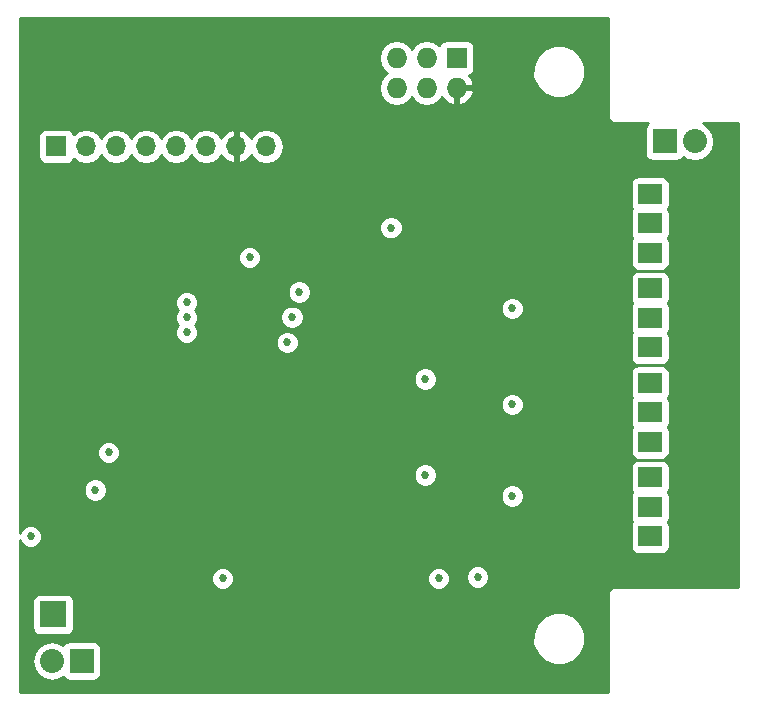
<source format=gbr>
G04 #@! TF.FileFunction,Copper,L2,Inr,Plane*
%FSLAX46Y46*%
G04 Gerber Fmt 4.6, Leading zero omitted, Abs format (unit mm)*
G04 Created by KiCad (PCBNEW 4.0.2-4+6225~38~ubuntu14.04.1-stable) date Thu 05 Jan 2017 08:44:10 PM CET*
%MOMM*%
G01*
G04 APERTURE LIST*
%ADD10C,0.100000*%
%ADD11R,2.032000X2.032000*%
%ADD12O,2.032000X2.032000*%
%ADD13R,1.727200X1.727200*%
%ADD14O,1.727200X1.727200*%
%ADD15R,2.235200X2.235200*%
%ADD16R,2.000000X1.700000*%
%ADD17R,1.700000X1.700000*%
%ADD18O,1.700000X1.700000*%
%ADD19C,0.685800*%
%ADD20C,0.254000*%
G04 APERTURE END LIST*
D10*
D11*
X98679000Y-175768000D03*
D12*
X96139000Y-175768000D03*
D11*
X148031200Y-131775200D03*
D12*
X150571200Y-131775200D03*
D13*
X130429000Y-124714000D03*
D14*
X130429000Y-127254000D03*
X127889000Y-124714000D03*
X127889000Y-127254000D03*
X125349000Y-124714000D03*
X125349000Y-127254000D03*
D15*
X96266000Y-171831000D03*
D16*
X146812000Y-141224000D03*
X146812000Y-138724000D03*
X146812000Y-136224000D03*
X146812000Y-144224000D03*
X146812000Y-146724000D03*
X146812000Y-149224000D03*
X146812000Y-152224000D03*
X146812000Y-154724000D03*
X146812000Y-157224000D03*
X146812000Y-160224000D03*
X146812000Y-162724000D03*
X146812000Y-165224000D03*
D17*
X96520000Y-132207000D03*
D18*
X99060000Y-132207000D03*
X101600000Y-132207000D03*
X104140000Y-132207000D03*
X106680000Y-132207000D03*
X109220000Y-132207000D03*
X111760000Y-132207000D03*
X114300000Y-132207000D03*
D19*
X128905000Y-168783000D03*
X127762000Y-160020000D03*
X132207000Y-168656000D03*
X127762000Y-151892000D03*
X116484400Y-146659600D03*
X107569000Y-145415000D03*
X107569000Y-146685000D03*
X107569000Y-147955000D03*
X135128000Y-154051000D03*
X135128000Y-145923000D03*
X110617000Y-168783000D03*
X135128000Y-161798000D03*
X100965000Y-158115000D03*
X94361000Y-165227000D03*
X99822000Y-161290000D03*
X130683000Y-160020000D03*
X130683000Y-152019000D03*
X113665000Y-168783000D03*
X130683000Y-168021000D03*
X115824000Y-150876000D03*
X96266000Y-155067000D03*
X94488000Y-160655000D03*
X121412000Y-147574000D03*
X117094000Y-144526000D03*
X116078000Y-148793200D03*
X112903000Y-141605000D03*
X124866400Y-139090400D03*
D20*
G36*
X143202000Y-129540000D02*
X143256046Y-129811705D01*
X143409954Y-130042046D01*
X143640295Y-130195954D01*
X143912000Y-130250000D01*
X146633862Y-130250000D01*
X146563759Y-130295110D01*
X146418769Y-130507310D01*
X146367760Y-130759200D01*
X146367760Y-132791200D01*
X146412038Y-133026517D01*
X146551110Y-133242641D01*
X146763310Y-133387631D01*
X147015200Y-133438640D01*
X149047200Y-133438640D01*
X149282517Y-133394362D01*
X149498641Y-133255290D01*
X149600398Y-133106363D01*
X149939390Y-133332870D01*
X150571200Y-133458545D01*
X151203010Y-133332870D01*
X151738633Y-132974978D01*
X152096525Y-132439355D01*
X152222200Y-131807545D01*
X152222200Y-131742855D01*
X152096525Y-131111045D01*
X151738633Y-130575422D01*
X151251605Y-130250000D01*
X154230000Y-130250000D01*
X154230000Y-169470000D01*
X143912000Y-169470000D01*
X143640295Y-169524046D01*
X143409954Y-169677954D01*
X143256046Y-169908295D01*
X143202000Y-170180000D01*
X143202000Y-178360000D01*
X93420000Y-178360000D01*
X93420000Y-175735655D01*
X94488000Y-175735655D01*
X94488000Y-175800345D01*
X94613675Y-176432155D01*
X94971567Y-176967778D01*
X95507190Y-177325670D01*
X96139000Y-177451345D01*
X96770810Y-177325670D01*
X97110792Y-177098501D01*
X97198910Y-177235441D01*
X97411110Y-177380431D01*
X97663000Y-177431440D01*
X99695000Y-177431440D01*
X99930317Y-177387162D01*
X100146441Y-177248090D01*
X100291431Y-177035890D01*
X100342440Y-176784000D01*
X100342440Y-174752000D01*
X100298162Y-174516683D01*
X100160416Y-174302619D01*
X136850613Y-174302619D01*
X137190155Y-175124372D01*
X137818321Y-175753636D01*
X138639481Y-176094611D01*
X139528619Y-176095387D01*
X140350372Y-175755845D01*
X140979636Y-175127679D01*
X141320611Y-174306519D01*
X141321387Y-173417381D01*
X140981845Y-172595628D01*
X140353679Y-171966364D01*
X139532519Y-171625389D01*
X138643381Y-171624613D01*
X137821628Y-171964155D01*
X137192364Y-172592321D01*
X136851389Y-173413481D01*
X136850613Y-174302619D01*
X100160416Y-174302619D01*
X100159090Y-174300559D01*
X99946890Y-174155569D01*
X99695000Y-174104560D01*
X97663000Y-174104560D01*
X97427683Y-174148838D01*
X97211559Y-174287910D01*
X97109802Y-174436837D01*
X96770810Y-174210330D01*
X96139000Y-174084655D01*
X95507190Y-174210330D01*
X94971567Y-174568222D01*
X94613675Y-175103845D01*
X94488000Y-175735655D01*
X93420000Y-175735655D01*
X93420000Y-170713400D01*
X94500960Y-170713400D01*
X94500960Y-172948600D01*
X94545238Y-173183917D01*
X94684310Y-173400041D01*
X94896510Y-173545031D01*
X95148400Y-173596040D01*
X97383600Y-173596040D01*
X97618917Y-173551762D01*
X97835041Y-173412690D01*
X97980031Y-173200490D01*
X98031040Y-172948600D01*
X98031040Y-170713400D01*
X97986762Y-170478083D01*
X97847690Y-170261959D01*
X97635490Y-170116969D01*
X97383600Y-170065960D01*
X95148400Y-170065960D01*
X94913083Y-170110238D01*
X94696959Y-170249310D01*
X94551969Y-170461510D01*
X94500960Y-170713400D01*
X93420000Y-170713400D01*
X93420000Y-168976663D01*
X109638931Y-168976663D01*
X109787493Y-169336212D01*
X110062341Y-169611540D01*
X110421630Y-169760730D01*
X110810663Y-169761069D01*
X111170212Y-169612507D01*
X111445540Y-169337659D01*
X111594730Y-168978370D01*
X111594731Y-168976663D01*
X127926931Y-168976663D01*
X128075493Y-169336212D01*
X128350341Y-169611540D01*
X128709630Y-169760730D01*
X129098663Y-169761069D01*
X129458212Y-169612507D01*
X129733540Y-169337659D01*
X129882730Y-168978370D01*
X129882842Y-168849663D01*
X131228931Y-168849663D01*
X131377493Y-169209212D01*
X131652341Y-169484540D01*
X132011630Y-169633730D01*
X132400663Y-169634069D01*
X132760212Y-169485507D01*
X133035540Y-169210659D01*
X133184730Y-168851370D01*
X133185069Y-168462337D01*
X133036507Y-168102788D01*
X132761659Y-167827460D01*
X132402370Y-167678270D01*
X132013337Y-167677931D01*
X131653788Y-167826493D01*
X131378460Y-168101341D01*
X131229270Y-168460630D01*
X131228931Y-168849663D01*
X129882842Y-168849663D01*
X129883069Y-168589337D01*
X129734507Y-168229788D01*
X129459659Y-167954460D01*
X129100370Y-167805270D01*
X128711337Y-167804931D01*
X128351788Y-167953493D01*
X128076460Y-168228341D01*
X127927270Y-168587630D01*
X127926931Y-168976663D01*
X111594731Y-168976663D01*
X111595069Y-168589337D01*
X111446507Y-168229788D01*
X111171659Y-167954460D01*
X110812370Y-167805270D01*
X110423337Y-167804931D01*
X110063788Y-167953493D01*
X109788460Y-168228341D01*
X109639270Y-168587630D01*
X109638931Y-168976663D01*
X93420000Y-168976663D01*
X93420000Y-165510377D01*
X93531493Y-165780212D01*
X93806341Y-166055540D01*
X94165630Y-166204730D01*
X94554663Y-166205069D01*
X94914212Y-166056507D01*
X95189540Y-165781659D01*
X95338730Y-165422370D01*
X95339069Y-165033337D01*
X95190507Y-164673788D01*
X94915659Y-164398460D01*
X94556370Y-164249270D01*
X94167337Y-164248931D01*
X93807788Y-164397493D01*
X93532460Y-164672341D01*
X93420000Y-164943174D01*
X93420000Y-161483663D01*
X98843931Y-161483663D01*
X98992493Y-161843212D01*
X99267341Y-162118540D01*
X99626630Y-162267730D01*
X100015663Y-162268069D01*
X100375212Y-162119507D01*
X100503279Y-161991663D01*
X134149931Y-161991663D01*
X134298493Y-162351212D01*
X134573341Y-162626540D01*
X134932630Y-162775730D01*
X135321663Y-162776069D01*
X135681212Y-162627507D01*
X135956540Y-162352659D01*
X136105730Y-161993370D01*
X136106069Y-161604337D01*
X135957507Y-161244788D01*
X135682659Y-160969460D01*
X135323370Y-160820270D01*
X134934337Y-160819931D01*
X134574788Y-160968493D01*
X134299460Y-161243341D01*
X134150270Y-161602630D01*
X134149931Y-161991663D01*
X100503279Y-161991663D01*
X100650540Y-161844659D01*
X100799730Y-161485370D01*
X100800069Y-161096337D01*
X100651507Y-160736788D01*
X100376659Y-160461460D01*
X100017370Y-160312270D01*
X99628337Y-160311931D01*
X99268788Y-160460493D01*
X98993460Y-160735341D01*
X98844270Y-161094630D01*
X98843931Y-161483663D01*
X93420000Y-161483663D01*
X93420000Y-160213663D01*
X126783931Y-160213663D01*
X126932493Y-160573212D01*
X127207341Y-160848540D01*
X127566630Y-160997730D01*
X127955663Y-160998069D01*
X128315212Y-160849507D01*
X128590540Y-160574659D01*
X128739730Y-160215370D01*
X128740069Y-159826337D01*
X128591507Y-159466788D01*
X128498881Y-159374000D01*
X145164560Y-159374000D01*
X145164560Y-161074000D01*
X145208838Y-161309317D01*
X145315759Y-161475477D01*
X145215569Y-161622110D01*
X145164560Y-161874000D01*
X145164560Y-163574000D01*
X145208838Y-163809317D01*
X145315759Y-163975477D01*
X145215569Y-164122110D01*
X145164560Y-164374000D01*
X145164560Y-166074000D01*
X145208838Y-166309317D01*
X145347910Y-166525441D01*
X145560110Y-166670431D01*
X145812000Y-166721440D01*
X147812000Y-166721440D01*
X148047317Y-166677162D01*
X148263441Y-166538090D01*
X148408431Y-166325890D01*
X148459440Y-166074000D01*
X148459440Y-164374000D01*
X148415162Y-164138683D01*
X148308241Y-163972523D01*
X148408431Y-163825890D01*
X148459440Y-163574000D01*
X148459440Y-161874000D01*
X148415162Y-161638683D01*
X148308241Y-161472523D01*
X148408431Y-161325890D01*
X148459440Y-161074000D01*
X148459440Y-159374000D01*
X148415162Y-159138683D01*
X148276090Y-158922559D01*
X148063890Y-158777569D01*
X147812000Y-158726560D01*
X145812000Y-158726560D01*
X145576683Y-158770838D01*
X145360559Y-158909910D01*
X145215569Y-159122110D01*
X145164560Y-159374000D01*
X128498881Y-159374000D01*
X128316659Y-159191460D01*
X127957370Y-159042270D01*
X127568337Y-159041931D01*
X127208788Y-159190493D01*
X126933460Y-159465341D01*
X126784270Y-159824630D01*
X126783931Y-160213663D01*
X93420000Y-160213663D01*
X93420000Y-158308663D01*
X99986931Y-158308663D01*
X100135493Y-158668212D01*
X100410341Y-158943540D01*
X100769630Y-159092730D01*
X101158663Y-159093069D01*
X101518212Y-158944507D01*
X101793540Y-158669659D01*
X101942730Y-158310370D01*
X101943069Y-157921337D01*
X101794507Y-157561788D01*
X101519659Y-157286460D01*
X101160370Y-157137270D01*
X100771337Y-157136931D01*
X100411788Y-157285493D01*
X100136460Y-157560341D01*
X99987270Y-157919630D01*
X99986931Y-158308663D01*
X93420000Y-158308663D01*
X93420000Y-154244663D01*
X134149931Y-154244663D01*
X134298493Y-154604212D01*
X134573341Y-154879540D01*
X134932630Y-155028730D01*
X135321663Y-155029069D01*
X135681212Y-154880507D01*
X135956540Y-154605659D01*
X136105730Y-154246370D01*
X136106069Y-153857337D01*
X135957507Y-153497788D01*
X135682659Y-153222460D01*
X135323370Y-153073270D01*
X134934337Y-153072931D01*
X134574788Y-153221493D01*
X134299460Y-153496341D01*
X134150270Y-153855630D01*
X134149931Y-154244663D01*
X93420000Y-154244663D01*
X93420000Y-152085663D01*
X126783931Y-152085663D01*
X126932493Y-152445212D01*
X127207341Y-152720540D01*
X127566630Y-152869730D01*
X127955663Y-152870069D01*
X128315212Y-152721507D01*
X128590540Y-152446659D01*
X128739730Y-152087370D01*
X128740069Y-151698337D01*
X128606057Y-151374000D01*
X145164560Y-151374000D01*
X145164560Y-153074000D01*
X145208838Y-153309317D01*
X145315759Y-153475477D01*
X145215569Y-153622110D01*
X145164560Y-153874000D01*
X145164560Y-155574000D01*
X145208838Y-155809317D01*
X145315759Y-155975477D01*
X145215569Y-156122110D01*
X145164560Y-156374000D01*
X145164560Y-158074000D01*
X145208838Y-158309317D01*
X145347910Y-158525441D01*
X145560110Y-158670431D01*
X145812000Y-158721440D01*
X147812000Y-158721440D01*
X148047317Y-158677162D01*
X148263441Y-158538090D01*
X148408431Y-158325890D01*
X148459440Y-158074000D01*
X148459440Y-156374000D01*
X148415162Y-156138683D01*
X148308241Y-155972523D01*
X148408431Y-155825890D01*
X148459440Y-155574000D01*
X148459440Y-153874000D01*
X148415162Y-153638683D01*
X148308241Y-153472523D01*
X148408431Y-153325890D01*
X148459440Y-153074000D01*
X148459440Y-151374000D01*
X148415162Y-151138683D01*
X148276090Y-150922559D01*
X148063890Y-150777569D01*
X147812000Y-150726560D01*
X145812000Y-150726560D01*
X145576683Y-150770838D01*
X145360559Y-150909910D01*
X145215569Y-151122110D01*
X145164560Y-151374000D01*
X128606057Y-151374000D01*
X128591507Y-151338788D01*
X128316659Y-151063460D01*
X127957370Y-150914270D01*
X127568337Y-150913931D01*
X127208788Y-151062493D01*
X126933460Y-151337341D01*
X126784270Y-151696630D01*
X126783931Y-152085663D01*
X93420000Y-152085663D01*
X93420000Y-148986863D01*
X115099931Y-148986863D01*
X115248493Y-149346412D01*
X115523341Y-149621740D01*
X115882630Y-149770930D01*
X116271663Y-149771269D01*
X116631212Y-149622707D01*
X116906540Y-149347859D01*
X117055730Y-148988570D01*
X117056069Y-148599537D01*
X116907507Y-148239988D01*
X116632659Y-147964660D01*
X116273370Y-147815470D01*
X115884337Y-147815131D01*
X115524788Y-147963693D01*
X115249460Y-148238541D01*
X115100270Y-148597830D01*
X115099931Y-148986863D01*
X93420000Y-148986863D01*
X93420000Y-145608663D01*
X106590931Y-145608663D01*
X106739493Y-145968212D01*
X106821040Y-146049901D01*
X106740460Y-146130341D01*
X106591270Y-146489630D01*
X106590931Y-146878663D01*
X106739493Y-147238212D01*
X106821040Y-147319901D01*
X106740460Y-147400341D01*
X106591270Y-147759630D01*
X106590931Y-148148663D01*
X106739493Y-148508212D01*
X107014341Y-148783540D01*
X107373630Y-148932730D01*
X107762663Y-148933069D01*
X108122212Y-148784507D01*
X108397540Y-148509659D01*
X108546730Y-148150370D01*
X108547069Y-147761337D01*
X108398507Y-147401788D01*
X108316960Y-147320099D01*
X108397540Y-147239659D01*
X108546730Y-146880370D01*
X108546753Y-146853263D01*
X115506331Y-146853263D01*
X115654893Y-147212812D01*
X115929741Y-147488140D01*
X116289030Y-147637330D01*
X116678063Y-147637669D01*
X117037612Y-147489107D01*
X117312940Y-147214259D01*
X117462130Y-146854970D01*
X117462469Y-146465937D01*
X117318153Y-146116663D01*
X134149931Y-146116663D01*
X134298493Y-146476212D01*
X134573341Y-146751540D01*
X134932630Y-146900730D01*
X135321663Y-146901069D01*
X135681212Y-146752507D01*
X135956540Y-146477659D01*
X136105730Y-146118370D01*
X136106069Y-145729337D01*
X135957507Y-145369788D01*
X135682659Y-145094460D01*
X135323370Y-144945270D01*
X134934337Y-144944931D01*
X134574788Y-145093493D01*
X134299460Y-145368341D01*
X134150270Y-145727630D01*
X134149931Y-146116663D01*
X117318153Y-146116663D01*
X117313907Y-146106388D01*
X117039059Y-145831060D01*
X116679770Y-145681870D01*
X116290737Y-145681531D01*
X115931188Y-145830093D01*
X115655860Y-146104941D01*
X115506670Y-146464230D01*
X115506331Y-146853263D01*
X108546753Y-146853263D01*
X108547069Y-146491337D01*
X108398507Y-146131788D01*
X108316960Y-146050099D01*
X108397540Y-145969659D01*
X108546730Y-145610370D01*
X108547069Y-145221337D01*
X108398507Y-144861788D01*
X108256630Y-144719663D01*
X116115931Y-144719663D01*
X116264493Y-145079212D01*
X116539341Y-145354540D01*
X116898630Y-145503730D01*
X117287663Y-145504069D01*
X117647212Y-145355507D01*
X117922540Y-145080659D01*
X118071730Y-144721370D01*
X118072069Y-144332337D01*
X117923507Y-143972788D01*
X117648659Y-143697460D01*
X117289370Y-143548270D01*
X116900337Y-143547931D01*
X116540788Y-143696493D01*
X116265460Y-143971341D01*
X116116270Y-144330630D01*
X116115931Y-144719663D01*
X108256630Y-144719663D01*
X108123659Y-144586460D01*
X107764370Y-144437270D01*
X107375337Y-144436931D01*
X107015788Y-144585493D01*
X106740460Y-144860341D01*
X106591270Y-145219630D01*
X106590931Y-145608663D01*
X93420000Y-145608663D01*
X93420000Y-143374000D01*
X145164560Y-143374000D01*
X145164560Y-145074000D01*
X145208838Y-145309317D01*
X145315759Y-145475477D01*
X145215569Y-145622110D01*
X145164560Y-145874000D01*
X145164560Y-147574000D01*
X145208838Y-147809317D01*
X145315759Y-147975477D01*
X145215569Y-148122110D01*
X145164560Y-148374000D01*
X145164560Y-150074000D01*
X145208838Y-150309317D01*
X145347910Y-150525441D01*
X145560110Y-150670431D01*
X145812000Y-150721440D01*
X147812000Y-150721440D01*
X148047317Y-150677162D01*
X148263441Y-150538090D01*
X148408431Y-150325890D01*
X148459440Y-150074000D01*
X148459440Y-148374000D01*
X148415162Y-148138683D01*
X148308241Y-147972523D01*
X148408431Y-147825890D01*
X148459440Y-147574000D01*
X148459440Y-145874000D01*
X148415162Y-145638683D01*
X148308241Y-145472523D01*
X148408431Y-145325890D01*
X148459440Y-145074000D01*
X148459440Y-143374000D01*
X148415162Y-143138683D01*
X148276090Y-142922559D01*
X148063890Y-142777569D01*
X147812000Y-142726560D01*
X145812000Y-142726560D01*
X145576683Y-142770838D01*
X145360559Y-142909910D01*
X145215569Y-143122110D01*
X145164560Y-143374000D01*
X93420000Y-143374000D01*
X93420000Y-141798663D01*
X111924931Y-141798663D01*
X112073493Y-142158212D01*
X112348341Y-142433540D01*
X112707630Y-142582730D01*
X113096663Y-142583069D01*
X113456212Y-142434507D01*
X113731540Y-142159659D01*
X113880730Y-141800370D01*
X113881069Y-141411337D01*
X113732507Y-141051788D01*
X113457659Y-140776460D01*
X113098370Y-140627270D01*
X112709337Y-140626931D01*
X112349788Y-140775493D01*
X112074460Y-141050341D01*
X111925270Y-141409630D01*
X111924931Y-141798663D01*
X93420000Y-141798663D01*
X93420000Y-139284063D01*
X123888331Y-139284063D01*
X124036893Y-139643612D01*
X124311741Y-139918940D01*
X124671030Y-140068130D01*
X125060063Y-140068469D01*
X125419612Y-139919907D01*
X125694940Y-139645059D01*
X125844130Y-139285770D01*
X125844469Y-138896737D01*
X125695907Y-138537188D01*
X125421059Y-138261860D01*
X125061770Y-138112670D01*
X124672737Y-138112331D01*
X124313188Y-138260893D01*
X124037860Y-138535741D01*
X123888670Y-138895030D01*
X123888331Y-139284063D01*
X93420000Y-139284063D01*
X93420000Y-135374000D01*
X145164560Y-135374000D01*
X145164560Y-137074000D01*
X145208838Y-137309317D01*
X145315759Y-137475477D01*
X145215569Y-137622110D01*
X145164560Y-137874000D01*
X145164560Y-139574000D01*
X145208838Y-139809317D01*
X145315759Y-139975477D01*
X145215569Y-140122110D01*
X145164560Y-140374000D01*
X145164560Y-142074000D01*
X145208838Y-142309317D01*
X145347910Y-142525441D01*
X145560110Y-142670431D01*
X145812000Y-142721440D01*
X147812000Y-142721440D01*
X148047317Y-142677162D01*
X148263441Y-142538090D01*
X148408431Y-142325890D01*
X148459440Y-142074000D01*
X148459440Y-140374000D01*
X148415162Y-140138683D01*
X148308241Y-139972523D01*
X148408431Y-139825890D01*
X148459440Y-139574000D01*
X148459440Y-137874000D01*
X148415162Y-137638683D01*
X148308241Y-137472523D01*
X148408431Y-137325890D01*
X148459440Y-137074000D01*
X148459440Y-135374000D01*
X148415162Y-135138683D01*
X148276090Y-134922559D01*
X148063890Y-134777569D01*
X147812000Y-134726560D01*
X145812000Y-134726560D01*
X145576683Y-134770838D01*
X145360559Y-134909910D01*
X145215569Y-135122110D01*
X145164560Y-135374000D01*
X93420000Y-135374000D01*
X93420000Y-131357000D01*
X95022560Y-131357000D01*
X95022560Y-133057000D01*
X95066838Y-133292317D01*
X95205910Y-133508441D01*
X95418110Y-133653431D01*
X95670000Y-133704440D01*
X97370000Y-133704440D01*
X97605317Y-133660162D01*
X97821441Y-133521090D01*
X97966431Y-133308890D01*
X97980086Y-133241459D01*
X98009946Y-133286147D01*
X98491715Y-133608054D01*
X99060000Y-133721093D01*
X99628285Y-133608054D01*
X100110054Y-133286147D01*
X100330000Y-132956974D01*
X100549946Y-133286147D01*
X101031715Y-133608054D01*
X101600000Y-133721093D01*
X102168285Y-133608054D01*
X102650054Y-133286147D01*
X102870000Y-132956974D01*
X103089946Y-133286147D01*
X103571715Y-133608054D01*
X104140000Y-133721093D01*
X104708285Y-133608054D01*
X105190054Y-133286147D01*
X105410000Y-132956974D01*
X105629946Y-133286147D01*
X106111715Y-133608054D01*
X106680000Y-133721093D01*
X107248285Y-133608054D01*
X107730054Y-133286147D01*
X107950000Y-132956974D01*
X108169946Y-133286147D01*
X108651715Y-133608054D01*
X109220000Y-133721093D01*
X109788285Y-133608054D01*
X110270054Y-133286147D01*
X110497702Y-132945447D01*
X110564817Y-133088358D01*
X110993076Y-133478645D01*
X111403110Y-133648476D01*
X111633000Y-133527155D01*
X111633000Y-132334000D01*
X111613000Y-132334000D01*
X111613000Y-132080000D01*
X111633000Y-132080000D01*
X111633000Y-130886845D01*
X111887000Y-130886845D01*
X111887000Y-132080000D01*
X111907000Y-132080000D01*
X111907000Y-132334000D01*
X111887000Y-132334000D01*
X111887000Y-133527155D01*
X112116890Y-133648476D01*
X112526924Y-133478645D01*
X112955183Y-133088358D01*
X113022298Y-132945447D01*
X113249946Y-133286147D01*
X113731715Y-133608054D01*
X114300000Y-133721093D01*
X114868285Y-133608054D01*
X115350054Y-133286147D01*
X115671961Y-132804378D01*
X115785000Y-132236093D01*
X115785000Y-132177907D01*
X115671961Y-131609622D01*
X115350054Y-131127853D01*
X114868285Y-130805946D01*
X114300000Y-130692907D01*
X113731715Y-130805946D01*
X113249946Y-131127853D01*
X113022298Y-131468553D01*
X112955183Y-131325642D01*
X112526924Y-130935355D01*
X112116890Y-130765524D01*
X111887000Y-130886845D01*
X111633000Y-130886845D01*
X111403110Y-130765524D01*
X110993076Y-130935355D01*
X110564817Y-131325642D01*
X110497702Y-131468553D01*
X110270054Y-131127853D01*
X109788285Y-130805946D01*
X109220000Y-130692907D01*
X108651715Y-130805946D01*
X108169946Y-131127853D01*
X107950000Y-131457026D01*
X107730054Y-131127853D01*
X107248285Y-130805946D01*
X106680000Y-130692907D01*
X106111715Y-130805946D01*
X105629946Y-131127853D01*
X105410000Y-131457026D01*
X105190054Y-131127853D01*
X104708285Y-130805946D01*
X104140000Y-130692907D01*
X103571715Y-130805946D01*
X103089946Y-131127853D01*
X102870000Y-131457026D01*
X102650054Y-131127853D01*
X102168285Y-130805946D01*
X101600000Y-130692907D01*
X101031715Y-130805946D01*
X100549946Y-131127853D01*
X100330000Y-131457026D01*
X100110054Y-131127853D01*
X99628285Y-130805946D01*
X99060000Y-130692907D01*
X98491715Y-130805946D01*
X98009946Y-131127853D01*
X97982150Y-131169452D01*
X97973162Y-131121683D01*
X97834090Y-130905559D01*
X97621890Y-130760569D01*
X97370000Y-130709560D01*
X95670000Y-130709560D01*
X95434683Y-130753838D01*
X95218559Y-130892910D01*
X95073569Y-131105110D01*
X95022560Y-131357000D01*
X93420000Y-131357000D01*
X93420000Y-124684641D01*
X123850400Y-124684641D01*
X123850400Y-124743359D01*
X123964474Y-125316848D01*
X124289330Y-125803029D01*
X124560172Y-125984000D01*
X124289330Y-126164971D01*
X123964474Y-126651152D01*
X123850400Y-127224641D01*
X123850400Y-127283359D01*
X123964474Y-127856848D01*
X124289330Y-128343029D01*
X124775511Y-128667885D01*
X125349000Y-128781959D01*
X125922489Y-128667885D01*
X126408670Y-128343029D01*
X126619000Y-128028248D01*
X126829330Y-128343029D01*
X127315511Y-128667885D01*
X127889000Y-128781959D01*
X128462489Y-128667885D01*
X128948670Y-128343029D01*
X129164664Y-128019772D01*
X129222179Y-128142490D01*
X129654053Y-128536688D01*
X130069974Y-128708958D01*
X130302000Y-128587817D01*
X130302000Y-127381000D01*
X130556000Y-127381000D01*
X130556000Y-128587817D01*
X130788026Y-128708958D01*
X131203947Y-128536688D01*
X131635821Y-128142490D01*
X131883968Y-127613027D01*
X131763469Y-127381000D01*
X130556000Y-127381000D01*
X130302000Y-127381000D01*
X130282000Y-127381000D01*
X130282000Y-127127000D01*
X130302000Y-127127000D01*
X130302000Y-127107000D01*
X130556000Y-127107000D01*
X130556000Y-127127000D01*
X131763469Y-127127000D01*
X131883968Y-126894973D01*
X131635821Y-126365510D01*
X131566919Y-126302619D01*
X136850613Y-126302619D01*
X137190155Y-127124372D01*
X137818321Y-127753636D01*
X138639481Y-128094611D01*
X139528619Y-128095387D01*
X140350372Y-127755845D01*
X140979636Y-127127679D01*
X141320611Y-126306519D01*
X141321387Y-125417381D01*
X140981845Y-124595628D01*
X140353679Y-123966364D01*
X139532519Y-123625389D01*
X138643381Y-123624613D01*
X137821628Y-123964155D01*
X137192364Y-124592321D01*
X136851389Y-125413481D01*
X136850613Y-126302619D01*
X131566919Y-126302619D01*
X131449567Y-126195505D01*
X131527917Y-126180762D01*
X131744041Y-126041690D01*
X131889031Y-125829490D01*
X131940040Y-125577600D01*
X131940040Y-123850400D01*
X131895762Y-123615083D01*
X131756690Y-123398959D01*
X131544490Y-123253969D01*
X131292600Y-123202960D01*
X129565400Y-123202960D01*
X129330083Y-123247238D01*
X129113959Y-123386310D01*
X128968969Y-123598510D01*
X128960136Y-123642131D01*
X128948670Y-123624971D01*
X128462489Y-123300115D01*
X127889000Y-123186041D01*
X127315511Y-123300115D01*
X126829330Y-123624971D01*
X126619000Y-123939752D01*
X126408670Y-123624971D01*
X125922489Y-123300115D01*
X125349000Y-123186041D01*
X124775511Y-123300115D01*
X124289330Y-123624971D01*
X123964474Y-124111152D01*
X123850400Y-124684641D01*
X93420000Y-124684641D01*
X93420000Y-121360000D01*
X143202000Y-121360000D01*
X143202000Y-129540000D01*
X143202000Y-129540000D01*
G37*
X143202000Y-129540000D02*
X143256046Y-129811705D01*
X143409954Y-130042046D01*
X143640295Y-130195954D01*
X143912000Y-130250000D01*
X146633862Y-130250000D01*
X146563759Y-130295110D01*
X146418769Y-130507310D01*
X146367760Y-130759200D01*
X146367760Y-132791200D01*
X146412038Y-133026517D01*
X146551110Y-133242641D01*
X146763310Y-133387631D01*
X147015200Y-133438640D01*
X149047200Y-133438640D01*
X149282517Y-133394362D01*
X149498641Y-133255290D01*
X149600398Y-133106363D01*
X149939390Y-133332870D01*
X150571200Y-133458545D01*
X151203010Y-133332870D01*
X151738633Y-132974978D01*
X152096525Y-132439355D01*
X152222200Y-131807545D01*
X152222200Y-131742855D01*
X152096525Y-131111045D01*
X151738633Y-130575422D01*
X151251605Y-130250000D01*
X154230000Y-130250000D01*
X154230000Y-169470000D01*
X143912000Y-169470000D01*
X143640295Y-169524046D01*
X143409954Y-169677954D01*
X143256046Y-169908295D01*
X143202000Y-170180000D01*
X143202000Y-178360000D01*
X93420000Y-178360000D01*
X93420000Y-175735655D01*
X94488000Y-175735655D01*
X94488000Y-175800345D01*
X94613675Y-176432155D01*
X94971567Y-176967778D01*
X95507190Y-177325670D01*
X96139000Y-177451345D01*
X96770810Y-177325670D01*
X97110792Y-177098501D01*
X97198910Y-177235441D01*
X97411110Y-177380431D01*
X97663000Y-177431440D01*
X99695000Y-177431440D01*
X99930317Y-177387162D01*
X100146441Y-177248090D01*
X100291431Y-177035890D01*
X100342440Y-176784000D01*
X100342440Y-174752000D01*
X100298162Y-174516683D01*
X100160416Y-174302619D01*
X136850613Y-174302619D01*
X137190155Y-175124372D01*
X137818321Y-175753636D01*
X138639481Y-176094611D01*
X139528619Y-176095387D01*
X140350372Y-175755845D01*
X140979636Y-175127679D01*
X141320611Y-174306519D01*
X141321387Y-173417381D01*
X140981845Y-172595628D01*
X140353679Y-171966364D01*
X139532519Y-171625389D01*
X138643381Y-171624613D01*
X137821628Y-171964155D01*
X137192364Y-172592321D01*
X136851389Y-173413481D01*
X136850613Y-174302619D01*
X100160416Y-174302619D01*
X100159090Y-174300559D01*
X99946890Y-174155569D01*
X99695000Y-174104560D01*
X97663000Y-174104560D01*
X97427683Y-174148838D01*
X97211559Y-174287910D01*
X97109802Y-174436837D01*
X96770810Y-174210330D01*
X96139000Y-174084655D01*
X95507190Y-174210330D01*
X94971567Y-174568222D01*
X94613675Y-175103845D01*
X94488000Y-175735655D01*
X93420000Y-175735655D01*
X93420000Y-170713400D01*
X94500960Y-170713400D01*
X94500960Y-172948600D01*
X94545238Y-173183917D01*
X94684310Y-173400041D01*
X94896510Y-173545031D01*
X95148400Y-173596040D01*
X97383600Y-173596040D01*
X97618917Y-173551762D01*
X97835041Y-173412690D01*
X97980031Y-173200490D01*
X98031040Y-172948600D01*
X98031040Y-170713400D01*
X97986762Y-170478083D01*
X97847690Y-170261959D01*
X97635490Y-170116969D01*
X97383600Y-170065960D01*
X95148400Y-170065960D01*
X94913083Y-170110238D01*
X94696959Y-170249310D01*
X94551969Y-170461510D01*
X94500960Y-170713400D01*
X93420000Y-170713400D01*
X93420000Y-168976663D01*
X109638931Y-168976663D01*
X109787493Y-169336212D01*
X110062341Y-169611540D01*
X110421630Y-169760730D01*
X110810663Y-169761069D01*
X111170212Y-169612507D01*
X111445540Y-169337659D01*
X111594730Y-168978370D01*
X111594731Y-168976663D01*
X127926931Y-168976663D01*
X128075493Y-169336212D01*
X128350341Y-169611540D01*
X128709630Y-169760730D01*
X129098663Y-169761069D01*
X129458212Y-169612507D01*
X129733540Y-169337659D01*
X129882730Y-168978370D01*
X129882842Y-168849663D01*
X131228931Y-168849663D01*
X131377493Y-169209212D01*
X131652341Y-169484540D01*
X132011630Y-169633730D01*
X132400663Y-169634069D01*
X132760212Y-169485507D01*
X133035540Y-169210659D01*
X133184730Y-168851370D01*
X133185069Y-168462337D01*
X133036507Y-168102788D01*
X132761659Y-167827460D01*
X132402370Y-167678270D01*
X132013337Y-167677931D01*
X131653788Y-167826493D01*
X131378460Y-168101341D01*
X131229270Y-168460630D01*
X131228931Y-168849663D01*
X129882842Y-168849663D01*
X129883069Y-168589337D01*
X129734507Y-168229788D01*
X129459659Y-167954460D01*
X129100370Y-167805270D01*
X128711337Y-167804931D01*
X128351788Y-167953493D01*
X128076460Y-168228341D01*
X127927270Y-168587630D01*
X127926931Y-168976663D01*
X111594731Y-168976663D01*
X111595069Y-168589337D01*
X111446507Y-168229788D01*
X111171659Y-167954460D01*
X110812370Y-167805270D01*
X110423337Y-167804931D01*
X110063788Y-167953493D01*
X109788460Y-168228341D01*
X109639270Y-168587630D01*
X109638931Y-168976663D01*
X93420000Y-168976663D01*
X93420000Y-165510377D01*
X93531493Y-165780212D01*
X93806341Y-166055540D01*
X94165630Y-166204730D01*
X94554663Y-166205069D01*
X94914212Y-166056507D01*
X95189540Y-165781659D01*
X95338730Y-165422370D01*
X95339069Y-165033337D01*
X95190507Y-164673788D01*
X94915659Y-164398460D01*
X94556370Y-164249270D01*
X94167337Y-164248931D01*
X93807788Y-164397493D01*
X93532460Y-164672341D01*
X93420000Y-164943174D01*
X93420000Y-161483663D01*
X98843931Y-161483663D01*
X98992493Y-161843212D01*
X99267341Y-162118540D01*
X99626630Y-162267730D01*
X100015663Y-162268069D01*
X100375212Y-162119507D01*
X100503279Y-161991663D01*
X134149931Y-161991663D01*
X134298493Y-162351212D01*
X134573341Y-162626540D01*
X134932630Y-162775730D01*
X135321663Y-162776069D01*
X135681212Y-162627507D01*
X135956540Y-162352659D01*
X136105730Y-161993370D01*
X136106069Y-161604337D01*
X135957507Y-161244788D01*
X135682659Y-160969460D01*
X135323370Y-160820270D01*
X134934337Y-160819931D01*
X134574788Y-160968493D01*
X134299460Y-161243341D01*
X134150270Y-161602630D01*
X134149931Y-161991663D01*
X100503279Y-161991663D01*
X100650540Y-161844659D01*
X100799730Y-161485370D01*
X100800069Y-161096337D01*
X100651507Y-160736788D01*
X100376659Y-160461460D01*
X100017370Y-160312270D01*
X99628337Y-160311931D01*
X99268788Y-160460493D01*
X98993460Y-160735341D01*
X98844270Y-161094630D01*
X98843931Y-161483663D01*
X93420000Y-161483663D01*
X93420000Y-160213663D01*
X126783931Y-160213663D01*
X126932493Y-160573212D01*
X127207341Y-160848540D01*
X127566630Y-160997730D01*
X127955663Y-160998069D01*
X128315212Y-160849507D01*
X128590540Y-160574659D01*
X128739730Y-160215370D01*
X128740069Y-159826337D01*
X128591507Y-159466788D01*
X128498881Y-159374000D01*
X145164560Y-159374000D01*
X145164560Y-161074000D01*
X145208838Y-161309317D01*
X145315759Y-161475477D01*
X145215569Y-161622110D01*
X145164560Y-161874000D01*
X145164560Y-163574000D01*
X145208838Y-163809317D01*
X145315759Y-163975477D01*
X145215569Y-164122110D01*
X145164560Y-164374000D01*
X145164560Y-166074000D01*
X145208838Y-166309317D01*
X145347910Y-166525441D01*
X145560110Y-166670431D01*
X145812000Y-166721440D01*
X147812000Y-166721440D01*
X148047317Y-166677162D01*
X148263441Y-166538090D01*
X148408431Y-166325890D01*
X148459440Y-166074000D01*
X148459440Y-164374000D01*
X148415162Y-164138683D01*
X148308241Y-163972523D01*
X148408431Y-163825890D01*
X148459440Y-163574000D01*
X148459440Y-161874000D01*
X148415162Y-161638683D01*
X148308241Y-161472523D01*
X148408431Y-161325890D01*
X148459440Y-161074000D01*
X148459440Y-159374000D01*
X148415162Y-159138683D01*
X148276090Y-158922559D01*
X148063890Y-158777569D01*
X147812000Y-158726560D01*
X145812000Y-158726560D01*
X145576683Y-158770838D01*
X145360559Y-158909910D01*
X145215569Y-159122110D01*
X145164560Y-159374000D01*
X128498881Y-159374000D01*
X128316659Y-159191460D01*
X127957370Y-159042270D01*
X127568337Y-159041931D01*
X127208788Y-159190493D01*
X126933460Y-159465341D01*
X126784270Y-159824630D01*
X126783931Y-160213663D01*
X93420000Y-160213663D01*
X93420000Y-158308663D01*
X99986931Y-158308663D01*
X100135493Y-158668212D01*
X100410341Y-158943540D01*
X100769630Y-159092730D01*
X101158663Y-159093069D01*
X101518212Y-158944507D01*
X101793540Y-158669659D01*
X101942730Y-158310370D01*
X101943069Y-157921337D01*
X101794507Y-157561788D01*
X101519659Y-157286460D01*
X101160370Y-157137270D01*
X100771337Y-157136931D01*
X100411788Y-157285493D01*
X100136460Y-157560341D01*
X99987270Y-157919630D01*
X99986931Y-158308663D01*
X93420000Y-158308663D01*
X93420000Y-154244663D01*
X134149931Y-154244663D01*
X134298493Y-154604212D01*
X134573341Y-154879540D01*
X134932630Y-155028730D01*
X135321663Y-155029069D01*
X135681212Y-154880507D01*
X135956540Y-154605659D01*
X136105730Y-154246370D01*
X136106069Y-153857337D01*
X135957507Y-153497788D01*
X135682659Y-153222460D01*
X135323370Y-153073270D01*
X134934337Y-153072931D01*
X134574788Y-153221493D01*
X134299460Y-153496341D01*
X134150270Y-153855630D01*
X134149931Y-154244663D01*
X93420000Y-154244663D01*
X93420000Y-152085663D01*
X126783931Y-152085663D01*
X126932493Y-152445212D01*
X127207341Y-152720540D01*
X127566630Y-152869730D01*
X127955663Y-152870069D01*
X128315212Y-152721507D01*
X128590540Y-152446659D01*
X128739730Y-152087370D01*
X128740069Y-151698337D01*
X128606057Y-151374000D01*
X145164560Y-151374000D01*
X145164560Y-153074000D01*
X145208838Y-153309317D01*
X145315759Y-153475477D01*
X145215569Y-153622110D01*
X145164560Y-153874000D01*
X145164560Y-155574000D01*
X145208838Y-155809317D01*
X145315759Y-155975477D01*
X145215569Y-156122110D01*
X145164560Y-156374000D01*
X145164560Y-158074000D01*
X145208838Y-158309317D01*
X145347910Y-158525441D01*
X145560110Y-158670431D01*
X145812000Y-158721440D01*
X147812000Y-158721440D01*
X148047317Y-158677162D01*
X148263441Y-158538090D01*
X148408431Y-158325890D01*
X148459440Y-158074000D01*
X148459440Y-156374000D01*
X148415162Y-156138683D01*
X148308241Y-155972523D01*
X148408431Y-155825890D01*
X148459440Y-155574000D01*
X148459440Y-153874000D01*
X148415162Y-153638683D01*
X148308241Y-153472523D01*
X148408431Y-153325890D01*
X148459440Y-153074000D01*
X148459440Y-151374000D01*
X148415162Y-151138683D01*
X148276090Y-150922559D01*
X148063890Y-150777569D01*
X147812000Y-150726560D01*
X145812000Y-150726560D01*
X145576683Y-150770838D01*
X145360559Y-150909910D01*
X145215569Y-151122110D01*
X145164560Y-151374000D01*
X128606057Y-151374000D01*
X128591507Y-151338788D01*
X128316659Y-151063460D01*
X127957370Y-150914270D01*
X127568337Y-150913931D01*
X127208788Y-151062493D01*
X126933460Y-151337341D01*
X126784270Y-151696630D01*
X126783931Y-152085663D01*
X93420000Y-152085663D01*
X93420000Y-148986863D01*
X115099931Y-148986863D01*
X115248493Y-149346412D01*
X115523341Y-149621740D01*
X115882630Y-149770930D01*
X116271663Y-149771269D01*
X116631212Y-149622707D01*
X116906540Y-149347859D01*
X117055730Y-148988570D01*
X117056069Y-148599537D01*
X116907507Y-148239988D01*
X116632659Y-147964660D01*
X116273370Y-147815470D01*
X115884337Y-147815131D01*
X115524788Y-147963693D01*
X115249460Y-148238541D01*
X115100270Y-148597830D01*
X115099931Y-148986863D01*
X93420000Y-148986863D01*
X93420000Y-145608663D01*
X106590931Y-145608663D01*
X106739493Y-145968212D01*
X106821040Y-146049901D01*
X106740460Y-146130341D01*
X106591270Y-146489630D01*
X106590931Y-146878663D01*
X106739493Y-147238212D01*
X106821040Y-147319901D01*
X106740460Y-147400341D01*
X106591270Y-147759630D01*
X106590931Y-148148663D01*
X106739493Y-148508212D01*
X107014341Y-148783540D01*
X107373630Y-148932730D01*
X107762663Y-148933069D01*
X108122212Y-148784507D01*
X108397540Y-148509659D01*
X108546730Y-148150370D01*
X108547069Y-147761337D01*
X108398507Y-147401788D01*
X108316960Y-147320099D01*
X108397540Y-147239659D01*
X108546730Y-146880370D01*
X108546753Y-146853263D01*
X115506331Y-146853263D01*
X115654893Y-147212812D01*
X115929741Y-147488140D01*
X116289030Y-147637330D01*
X116678063Y-147637669D01*
X117037612Y-147489107D01*
X117312940Y-147214259D01*
X117462130Y-146854970D01*
X117462469Y-146465937D01*
X117318153Y-146116663D01*
X134149931Y-146116663D01*
X134298493Y-146476212D01*
X134573341Y-146751540D01*
X134932630Y-146900730D01*
X135321663Y-146901069D01*
X135681212Y-146752507D01*
X135956540Y-146477659D01*
X136105730Y-146118370D01*
X136106069Y-145729337D01*
X135957507Y-145369788D01*
X135682659Y-145094460D01*
X135323370Y-144945270D01*
X134934337Y-144944931D01*
X134574788Y-145093493D01*
X134299460Y-145368341D01*
X134150270Y-145727630D01*
X134149931Y-146116663D01*
X117318153Y-146116663D01*
X117313907Y-146106388D01*
X117039059Y-145831060D01*
X116679770Y-145681870D01*
X116290737Y-145681531D01*
X115931188Y-145830093D01*
X115655860Y-146104941D01*
X115506670Y-146464230D01*
X115506331Y-146853263D01*
X108546753Y-146853263D01*
X108547069Y-146491337D01*
X108398507Y-146131788D01*
X108316960Y-146050099D01*
X108397540Y-145969659D01*
X108546730Y-145610370D01*
X108547069Y-145221337D01*
X108398507Y-144861788D01*
X108256630Y-144719663D01*
X116115931Y-144719663D01*
X116264493Y-145079212D01*
X116539341Y-145354540D01*
X116898630Y-145503730D01*
X117287663Y-145504069D01*
X117647212Y-145355507D01*
X117922540Y-145080659D01*
X118071730Y-144721370D01*
X118072069Y-144332337D01*
X117923507Y-143972788D01*
X117648659Y-143697460D01*
X117289370Y-143548270D01*
X116900337Y-143547931D01*
X116540788Y-143696493D01*
X116265460Y-143971341D01*
X116116270Y-144330630D01*
X116115931Y-144719663D01*
X108256630Y-144719663D01*
X108123659Y-144586460D01*
X107764370Y-144437270D01*
X107375337Y-144436931D01*
X107015788Y-144585493D01*
X106740460Y-144860341D01*
X106591270Y-145219630D01*
X106590931Y-145608663D01*
X93420000Y-145608663D01*
X93420000Y-143374000D01*
X145164560Y-143374000D01*
X145164560Y-145074000D01*
X145208838Y-145309317D01*
X145315759Y-145475477D01*
X145215569Y-145622110D01*
X145164560Y-145874000D01*
X145164560Y-147574000D01*
X145208838Y-147809317D01*
X145315759Y-147975477D01*
X145215569Y-148122110D01*
X145164560Y-148374000D01*
X145164560Y-150074000D01*
X145208838Y-150309317D01*
X145347910Y-150525441D01*
X145560110Y-150670431D01*
X145812000Y-150721440D01*
X147812000Y-150721440D01*
X148047317Y-150677162D01*
X148263441Y-150538090D01*
X148408431Y-150325890D01*
X148459440Y-150074000D01*
X148459440Y-148374000D01*
X148415162Y-148138683D01*
X148308241Y-147972523D01*
X148408431Y-147825890D01*
X148459440Y-147574000D01*
X148459440Y-145874000D01*
X148415162Y-145638683D01*
X148308241Y-145472523D01*
X148408431Y-145325890D01*
X148459440Y-145074000D01*
X148459440Y-143374000D01*
X148415162Y-143138683D01*
X148276090Y-142922559D01*
X148063890Y-142777569D01*
X147812000Y-142726560D01*
X145812000Y-142726560D01*
X145576683Y-142770838D01*
X145360559Y-142909910D01*
X145215569Y-143122110D01*
X145164560Y-143374000D01*
X93420000Y-143374000D01*
X93420000Y-141798663D01*
X111924931Y-141798663D01*
X112073493Y-142158212D01*
X112348341Y-142433540D01*
X112707630Y-142582730D01*
X113096663Y-142583069D01*
X113456212Y-142434507D01*
X113731540Y-142159659D01*
X113880730Y-141800370D01*
X113881069Y-141411337D01*
X113732507Y-141051788D01*
X113457659Y-140776460D01*
X113098370Y-140627270D01*
X112709337Y-140626931D01*
X112349788Y-140775493D01*
X112074460Y-141050341D01*
X111925270Y-141409630D01*
X111924931Y-141798663D01*
X93420000Y-141798663D01*
X93420000Y-139284063D01*
X123888331Y-139284063D01*
X124036893Y-139643612D01*
X124311741Y-139918940D01*
X124671030Y-140068130D01*
X125060063Y-140068469D01*
X125419612Y-139919907D01*
X125694940Y-139645059D01*
X125844130Y-139285770D01*
X125844469Y-138896737D01*
X125695907Y-138537188D01*
X125421059Y-138261860D01*
X125061770Y-138112670D01*
X124672737Y-138112331D01*
X124313188Y-138260893D01*
X124037860Y-138535741D01*
X123888670Y-138895030D01*
X123888331Y-139284063D01*
X93420000Y-139284063D01*
X93420000Y-135374000D01*
X145164560Y-135374000D01*
X145164560Y-137074000D01*
X145208838Y-137309317D01*
X145315759Y-137475477D01*
X145215569Y-137622110D01*
X145164560Y-137874000D01*
X145164560Y-139574000D01*
X145208838Y-139809317D01*
X145315759Y-139975477D01*
X145215569Y-140122110D01*
X145164560Y-140374000D01*
X145164560Y-142074000D01*
X145208838Y-142309317D01*
X145347910Y-142525441D01*
X145560110Y-142670431D01*
X145812000Y-142721440D01*
X147812000Y-142721440D01*
X148047317Y-142677162D01*
X148263441Y-142538090D01*
X148408431Y-142325890D01*
X148459440Y-142074000D01*
X148459440Y-140374000D01*
X148415162Y-140138683D01*
X148308241Y-139972523D01*
X148408431Y-139825890D01*
X148459440Y-139574000D01*
X148459440Y-137874000D01*
X148415162Y-137638683D01*
X148308241Y-137472523D01*
X148408431Y-137325890D01*
X148459440Y-137074000D01*
X148459440Y-135374000D01*
X148415162Y-135138683D01*
X148276090Y-134922559D01*
X148063890Y-134777569D01*
X147812000Y-134726560D01*
X145812000Y-134726560D01*
X145576683Y-134770838D01*
X145360559Y-134909910D01*
X145215569Y-135122110D01*
X145164560Y-135374000D01*
X93420000Y-135374000D01*
X93420000Y-131357000D01*
X95022560Y-131357000D01*
X95022560Y-133057000D01*
X95066838Y-133292317D01*
X95205910Y-133508441D01*
X95418110Y-133653431D01*
X95670000Y-133704440D01*
X97370000Y-133704440D01*
X97605317Y-133660162D01*
X97821441Y-133521090D01*
X97966431Y-133308890D01*
X97980086Y-133241459D01*
X98009946Y-133286147D01*
X98491715Y-133608054D01*
X99060000Y-133721093D01*
X99628285Y-133608054D01*
X100110054Y-133286147D01*
X100330000Y-132956974D01*
X100549946Y-133286147D01*
X101031715Y-133608054D01*
X101600000Y-133721093D01*
X102168285Y-133608054D01*
X102650054Y-133286147D01*
X102870000Y-132956974D01*
X103089946Y-133286147D01*
X103571715Y-133608054D01*
X104140000Y-133721093D01*
X104708285Y-133608054D01*
X105190054Y-133286147D01*
X105410000Y-132956974D01*
X105629946Y-133286147D01*
X106111715Y-133608054D01*
X106680000Y-133721093D01*
X107248285Y-133608054D01*
X107730054Y-133286147D01*
X107950000Y-132956974D01*
X108169946Y-133286147D01*
X108651715Y-133608054D01*
X109220000Y-133721093D01*
X109788285Y-133608054D01*
X110270054Y-133286147D01*
X110497702Y-132945447D01*
X110564817Y-133088358D01*
X110993076Y-133478645D01*
X111403110Y-133648476D01*
X111633000Y-133527155D01*
X111633000Y-132334000D01*
X111613000Y-132334000D01*
X111613000Y-132080000D01*
X111633000Y-132080000D01*
X111633000Y-130886845D01*
X111887000Y-130886845D01*
X111887000Y-132080000D01*
X111907000Y-132080000D01*
X111907000Y-132334000D01*
X111887000Y-132334000D01*
X111887000Y-133527155D01*
X112116890Y-133648476D01*
X112526924Y-133478645D01*
X112955183Y-133088358D01*
X113022298Y-132945447D01*
X113249946Y-133286147D01*
X113731715Y-133608054D01*
X114300000Y-133721093D01*
X114868285Y-133608054D01*
X115350054Y-133286147D01*
X115671961Y-132804378D01*
X115785000Y-132236093D01*
X115785000Y-132177907D01*
X115671961Y-131609622D01*
X115350054Y-131127853D01*
X114868285Y-130805946D01*
X114300000Y-130692907D01*
X113731715Y-130805946D01*
X113249946Y-131127853D01*
X113022298Y-131468553D01*
X112955183Y-131325642D01*
X112526924Y-130935355D01*
X112116890Y-130765524D01*
X111887000Y-130886845D01*
X111633000Y-130886845D01*
X111403110Y-130765524D01*
X110993076Y-130935355D01*
X110564817Y-131325642D01*
X110497702Y-131468553D01*
X110270054Y-131127853D01*
X109788285Y-130805946D01*
X109220000Y-130692907D01*
X108651715Y-130805946D01*
X108169946Y-131127853D01*
X107950000Y-131457026D01*
X107730054Y-131127853D01*
X107248285Y-130805946D01*
X106680000Y-130692907D01*
X106111715Y-130805946D01*
X105629946Y-131127853D01*
X105410000Y-131457026D01*
X105190054Y-131127853D01*
X104708285Y-130805946D01*
X104140000Y-130692907D01*
X103571715Y-130805946D01*
X103089946Y-131127853D01*
X102870000Y-131457026D01*
X102650054Y-131127853D01*
X102168285Y-130805946D01*
X101600000Y-130692907D01*
X101031715Y-130805946D01*
X100549946Y-131127853D01*
X100330000Y-131457026D01*
X100110054Y-131127853D01*
X99628285Y-130805946D01*
X99060000Y-130692907D01*
X98491715Y-130805946D01*
X98009946Y-131127853D01*
X97982150Y-131169452D01*
X97973162Y-131121683D01*
X97834090Y-130905559D01*
X97621890Y-130760569D01*
X97370000Y-130709560D01*
X95670000Y-130709560D01*
X95434683Y-130753838D01*
X95218559Y-130892910D01*
X95073569Y-131105110D01*
X95022560Y-131357000D01*
X93420000Y-131357000D01*
X93420000Y-124684641D01*
X123850400Y-124684641D01*
X123850400Y-124743359D01*
X123964474Y-125316848D01*
X124289330Y-125803029D01*
X124560172Y-125984000D01*
X124289330Y-126164971D01*
X123964474Y-126651152D01*
X123850400Y-127224641D01*
X123850400Y-127283359D01*
X123964474Y-127856848D01*
X124289330Y-128343029D01*
X124775511Y-128667885D01*
X125349000Y-128781959D01*
X125922489Y-128667885D01*
X126408670Y-128343029D01*
X126619000Y-128028248D01*
X126829330Y-128343029D01*
X127315511Y-128667885D01*
X127889000Y-128781959D01*
X128462489Y-128667885D01*
X128948670Y-128343029D01*
X129164664Y-128019772D01*
X129222179Y-128142490D01*
X129654053Y-128536688D01*
X130069974Y-128708958D01*
X130302000Y-128587817D01*
X130302000Y-127381000D01*
X130556000Y-127381000D01*
X130556000Y-128587817D01*
X130788026Y-128708958D01*
X131203947Y-128536688D01*
X131635821Y-128142490D01*
X131883968Y-127613027D01*
X131763469Y-127381000D01*
X130556000Y-127381000D01*
X130302000Y-127381000D01*
X130282000Y-127381000D01*
X130282000Y-127127000D01*
X130302000Y-127127000D01*
X130302000Y-127107000D01*
X130556000Y-127107000D01*
X130556000Y-127127000D01*
X131763469Y-127127000D01*
X131883968Y-126894973D01*
X131635821Y-126365510D01*
X131566919Y-126302619D01*
X136850613Y-126302619D01*
X137190155Y-127124372D01*
X137818321Y-127753636D01*
X138639481Y-128094611D01*
X139528619Y-128095387D01*
X140350372Y-127755845D01*
X140979636Y-127127679D01*
X141320611Y-126306519D01*
X141321387Y-125417381D01*
X140981845Y-124595628D01*
X140353679Y-123966364D01*
X139532519Y-123625389D01*
X138643381Y-123624613D01*
X137821628Y-123964155D01*
X137192364Y-124592321D01*
X136851389Y-125413481D01*
X136850613Y-126302619D01*
X131566919Y-126302619D01*
X131449567Y-126195505D01*
X131527917Y-126180762D01*
X131744041Y-126041690D01*
X131889031Y-125829490D01*
X131940040Y-125577600D01*
X131940040Y-123850400D01*
X131895762Y-123615083D01*
X131756690Y-123398959D01*
X131544490Y-123253969D01*
X131292600Y-123202960D01*
X129565400Y-123202960D01*
X129330083Y-123247238D01*
X129113959Y-123386310D01*
X128968969Y-123598510D01*
X128960136Y-123642131D01*
X128948670Y-123624971D01*
X128462489Y-123300115D01*
X127889000Y-123186041D01*
X127315511Y-123300115D01*
X126829330Y-123624971D01*
X126619000Y-123939752D01*
X126408670Y-123624971D01*
X125922489Y-123300115D01*
X125349000Y-123186041D01*
X124775511Y-123300115D01*
X124289330Y-123624971D01*
X123964474Y-124111152D01*
X123850400Y-124684641D01*
X93420000Y-124684641D01*
X93420000Y-121360000D01*
X143202000Y-121360000D01*
X143202000Y-129540000D01*
M02*

</source>
